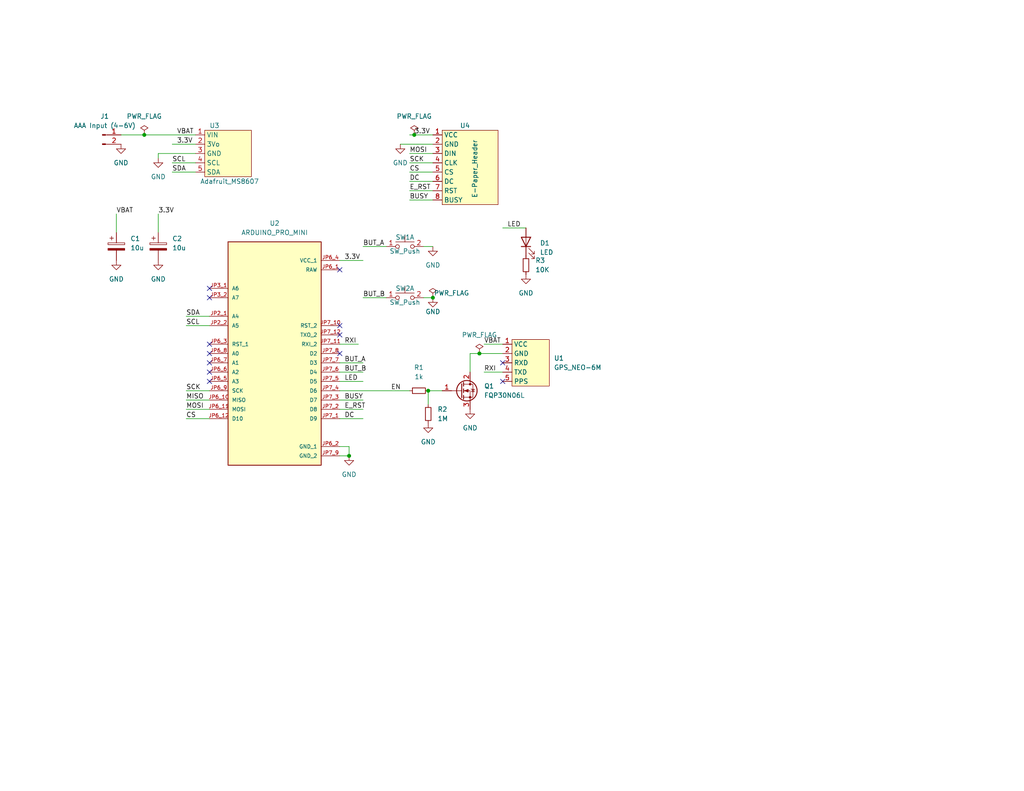
<source format=kicad_sch>
(kicad_sch (version 20211123) (generator eeschema)
  (paper "USLetter")
  (title_block (title "Epaper Schematic") (rev "1") (company "Matt Wachowski"))
  (lib_symbols
    (symbol "ARDUINO_PRO_MINI:ARDUINO_PRO_MINI" (pin_names (offset 1.016))
      (property "Reference" "U" (at -12.7 31.75 0))
      (property "Value" "ARDUINO_PRO_MINI" (at -12.7 -33.02 0))
      (symbol "ARDUINO_PRO_MINI_0_0"
        (rectangle (start -12.7 -30.48) (end 12.7 30.48) (stroke (width 0.254)) (fill (type background)))
        (pin bidirectional line (at -17.78 10.16 0) (length 5.08) (name "A4") (number "JP2_1"))
        (pin bidirectional line (at -17.78 7.62 0) (length 5.08) (name "A5") (number "JP2_2"))
        (pin input line (at -17.78 17.78 0) (length 5.08) (name "A6") (number "JP3_1"))
        (pin input line (at -17.78 15.24 0) (length 5.08) (name "A7") (number "JP3_2"))
        (pin power_in line (at 17.78 22.86 180) (length 5.08) (name "RAW") (number "JP6_1"))
        (pin bidirectional line (at -17.78 -12.7 0) (length 5.08) (name "MISO") (number "JP6_10"))
        (pin bidirectional line (at -17.78 -15.24 0) (length 5.08) (name "MOSI") (number "JP6_11"))
        (pin bidirectional line (at -17.78 -17.78 0) (length 5.08) (name "D10") (number "JP6_12"))
        (pin power_in line (at 17.78 -25.4 180) (length 5.08) (name "GND_1") (number "JP6_2"))
        (pin input line (at -17.78 2.54 0) (length 5.08) (name "RST_1") (number "JP6_3"))
        (pin power_in line (at 17.78 25.4 180) (length 5.08) (name "VCC_1") (number "JP6_4"))
        (pin bidirectional line (at -17.78 -7.62 0) (length 5.08) (name "A3") (number "JP6_5"))
        (pin bidirectional line (at -17.78 -5.08 0) (length 5.08) (name "A2") (number "JP6_6"))
        (pin bidirectional line (at -17.78 -2.54 0) (length 5.08) (name "A1") (number "JP6_7"))
        (pin bidirectional line (at -17.78 0 0) (length 5.08) (name "A0") (number "JP6_8"))
        (pin bidirectional line (at -17.78 -10.16 0) (length 5.08) (name "SCK") (number "JP6_9"))
        (pin bidirectional line (at 17.78 -17.78 180) (length 5.08) (name "D9") (number "JP7_1"))
        (pin input line (at 17.78 7.62 180) (length 5.08) (name "RST_2") (number "JP7_10"))
        (pin bidirectional line (at 17.78 2.54 180) (length 5.08) (name "RXI_2") (number "JP7_11"))
        (pin bidirectional line (at 17.78 5.08 180) (length 5.08) (name "TXO_2") (number "JP7_12"))
        (pin bidirectional line (at 17.78 -15.24 180) (length 5.08) (name "D8") (number "JP7_2"))
        (pin bidirectional line (at 17.78 -12.7 180) (length 5.08) (name "D7") (number "JP7_3"))
        (pin bidirectional line (at 17.78 -10.16 180) (length 5.08) (name "D6") (number "JP7_4"))
        (pin bidirectional line (at 17.78 -7.62 180) (length 5.08) (name "D5") (number "JP7_5"))
        (pin bidirectional line (at 17.78 -5.08 180) (length 5.08) (name "D4") (number "JP7_6"))
        (pin bidirectional line (at 17.78 -2.54 180) (length 5.08) (name "D3") (number "JP7_7"))
        (pin bidirectional line (at 17.78 0 180) (length 5.08) (name "D2") (number "JP7_8"))
        (pin power_in line (at 17.78 -27.94 180) (length 5.08) (name "GND_2") (number "JP7_9"))
      )
    )
    (symbol "Connector:Conn_01x02_Male" (pin_names (offset 1.016) hide)
      (property "Reference" "J" (at 0 2.54 0))
      (property "Value" "Conn_01x02_Male" (at 0 -5.08 0))
      (symbol "Conn_01x02_Male_1_1"
        (polyline (pts (xy 1.27 -2.54) (xy 0.8636 -2.54)) (stroke (width 0.1524)))
        (polyline (pts (xy 1.27 0) (xy 0.8636 0)) (stroke (width 0.1524)))
        (rectangle (start 0.8636 -2.413) (end 0 -2.667) (stroke (width 0.1524)) (fill (type outline)))
        (rectangle (start 0.8636 0.127) (end 0 -0.127) (stroke (width 0.1524)) (fill (type outline)))
        (pin passive line (at 5.08 0 180) (length 3.81) (name "Pin_1") (number "1"))
        (pin passive line (at 5.08 -2.54 180) (length 3.81) (name "Pin_2") (number "2"))
      )
    )
    (symbol "Device:C_Polarized" (pin_numbers hide) (pin_names (offset 0.254))
      (property "Reference" "C" (at 0.635 2.54 0))
      (property "Value" "C_Polarized" (at 0.635 -2.54 0))
      (symbol "C_Polarized_0_1"
        (rectangle (start -2.286 0.508) (end 2.286 1.016))
        (polyline (pts (xy -1.778 2.286) (xy -0.762 2.286)))
        (polyline (pts (xy -1.27 2.794) (xy -1.27 1.778)))
        (rectangle (start 2.286 -0.508) (end -2.286 -1.016) (fill (type outline)))
      )
      (symbol "C_Polarized_1_1"
        (pin passive line (at 0 3.81 270) (length 2.794) (name "~") (number "1"))
        (pin passive line (at 0 -3.81 90) (length 2.794) (name "~") (number "2"))
      )
    )
    (symbol "Device:LED" (pin_numbers hide) (pin_names (offset 1.016) hide)
      (property "Reference" "D" (at 0 2.54 0))
      (property "Value" "LED" (at 0 -2.54 0))
      (symbol "LED_0_1"
        (polyline (pts (xy -1.27 -1.27) (xy -1.27 1.27)) (stroke (width 0.254)))
        (polyline (pts (xy -1.27 0) (xy 1.27 0)))
        (polyline (pts (xy 1.27 -1.27) (xy 1.27 1.27) (xy -1.27 0) (xy 1.27 -1.27)) (stroke (width 0.254)))
        (polyline (pts (xy -3.048 -0.762) (xy -4.572 -2.286) (xy -3.81 -2.286) (xy -4.572 -2.286) (xy -4.572 -1.524)))
        (polyline (pts (xy -1.778 -0.762) (xy -3.302 -2.286) (xy -2.54 -2.286) (xy -3.302 -2.286) (xy -3.302 -1.524)))
      )
      (symbol "LED_1_1"
        (pin passive line (at -3.81 0 0) (length 2.54) (name "K") (number "1"))
        (pin passive line (at 3.81 0 180) (length 2.54) (name "A") (number "2"))
      )
    )
    (symbol "Device:R_Small" (pin_numbers hide) (pin_names (offset 0.254) hide)
      (property "Reference" "R" (at 0.762 0.508 0))
      (property "Value" "R_Small" (at 0.762 -1.016 0))
      (symbol "R_Small_0_1"
        (rectangle (start -0.762 1.778) (end 0.762 -1.778) (stroke (width 0.2032)))
      )
      (symbol "R_Small_1_1"
        (pin passive line (at 0 2.54 270) (length 0.762) (name "~") (number "1"))
        (pin passive line (at 0 -2.54 90) (length 0.762) (name "~") (number "2"))
      )
    )
    (symbol "Matt_Custom:Adafruit_MS8607"
      (property "Reference" "U" (at 0 -5.08 0))
      (property "Value" "Adafruit_MS8607" (at 0 10.16 0))
      (symbol "Adafruit_MS8607_0_1"
        (rectangle (start -6.35 8.89) (end 6.35 -3.81) (stroke (width 0.1524)) (fill (type background)))
      )
      (symbol "Adafruit_MS8607_1_1"
        (pin power_in line (at -8.89 7.62 0) (length 2.54) (name "VIN") (number "1"))
        (pin power_in line (at -8.89 5.08 0) (length 2.54) (name "3Vo") (number "2"))
        (pin power_in line (at -8.89 2.54 0) (length 2.54) (name "GND") (number "3"))
        (pin input line (at -8.89 0 0) (length 2.54) (name "SCL") (number "4"))
        (pin bidirectional line (at -8.89 -2.54 0) (length 2.54) (name "SDA") (number "5"))
      )
    )
    (symbol "Matt_Custom:E-Paper_Header"
      (property "Reference" "U" (at 0 25.4 0))
      (property "Value" "E-Paper_Header" (at 0 2.54 0))
      (symbol "E-Paper_Header_0_1"
        (rectangle (start -7.62 24.13) (end 7.62 3.81) (stroke (width 0.1524)) (fill (type background)))
      )
      (symbol "E-Paper_Header_1_1"
        (pin power_in line (at -10.16 22.86 0) (length 2.54) (name "VCC") (number "1"))
        (pin power_in line (at -10.16 20.32 0) (length 2.54) (name "GND") (number "2"))
        (pin input line (at -10.16 17.78 0) (length 2.54) (name "DIN") (number "3"))
        (pin input line (at -10.16 15.24 0) (length 2.54) (name "CLK") (number "4"))
        (pin input line (at -10.16 12.7 0) (length 2.54) (name "CS") (number "5"))
        (pin input line (at -10.16 10.16 0) (length 2.54) (name "DC") (number "6"))
        (pin input line (at -10.16 7.62 0) (length 2.54) (name "RST") (number "7"))
        (pin output line (at -10.16 5.08 0) (length 2.54) (name "BUSY") (number "8"))
      )
    )
    (symbol "Matt_Custom:GPS_NEO-6M"
      (property "Reference" "U" (at 0 6.35 0))
      (property "Value" "GPS_NEO-6M" (at 0 -8.89 0))
      (symbol "GPS_NEO-6M_0_1"
        (rectangle (start -5.08 5.08) (end 5.08 -7.62) (fill (type background)))
      )
      (symbol "GPS_NEO-6M_1_1"
        (pin power_in line (at -7.62 3.81 0) (length 2.54) (name "VCC") (number "1"))
        (pin power_in line (at -7.62 1.27 0) (length 2.54) (name "GND") (number "2"))
        (pin input line (at -7.62 -1.27 0) (length 2.54) (name "RXD") (number "3"))
        (pin output line (at -7.62 -3.81 0) (length 2.54) (name "TXD") (number "4"))
        (pin output line (at -7.62 -6.35 0) (length 2.54) (name "PPS") (number "5"))
      )
    )
    (symbol "Switch:SW_Push_Dual_x2" (pin_names (offset 1.016) hide)
      (property "Reference" "SW" (at 1.27 2.54 0))
      (property "Value" "SW_Push_Dual_x2" (at 0 -1.524 0))
      (symbol "SW_Push_Dual_x2_0_1"
        (circle (center -2.032 0) (radius 0.508))
        (polyline (pts (xy 0 1.27) (xy 0 3.048)))
        (polyline (pts (xy 2.54 1.27) (xy -2.54 1.27)))
        (circle (center 2.032 0) (radius 0.508))
      )
      (symbol "SW_Push_Dual_x2_1_1"
        (pin passive line (at -5.08 0 0) (length 2.54) (name "C") (number "1"))
        (pin passive line (at 5.08 0 180) (length 2.54) (name "D") (number "2"))
      )
      (symbol "SW_Push_Dual_x2_2_1"
        (pin passive line (at -5.08 0 0) (length 2.54) (name "C") (number "3"))
        (pin passive line (at 5.08 0 180) (length 2.54) (name "D") (number "4"))
      )
    )
    (symbol "Transistor_FET:BUZ11" (pin_names hide)
      (property "Reference" "Q" (at 6.35 1.905 0))
      (property "Value" "BUZ11" (at 6.35 0 0))
      (symbol "BUZ11_0_1"
        (polyline (pts (xy 0.254 0) (xy -2.54 0)))
        (polyline (pts (xy 0.254 1.905) (xy 0.254 -1.905)) (stroke (width 0.254)))
        (polyline (pts (xy 0.762 -1.27) (xy 0.762 -2.286)) (stroke (width 0.254)))
        (polyline (pts (xy 0.762 0.508) (xy 0.762 -0.508)) (stroke (width 0.254)))
        (polyline (pts (xy 0.762 2.286) (xy 0.762 1.27)) (stroke (width 0.254)))
        (polyline (pts (xy 2.54 2.54) (xy 2.54 1.778)))
        (polyline (pts (xy 2.54 -2.54) (xy 2.54 0) (xy 0.762 0)))
        (polyline (pts (xy 0.762 -1.778) (xy 3.302 -1.778) (xy 3.302 1.778) (xy 0.762 1.778)))
        (polyline (pts (xy 1.016 0) (xy 2.032 0.381) (xy 2.032 -0.381) (xy 1.016 0)) (fill (type outline)))
        (polyline (pts (xy 2.794 0.508) (xy 2.921 0.381) (xy 3.683 0.381) (xy 3.81 0.254)))
        (polyline (pts (xy 3.302 0.381) (xy 2.921 -0.254) (xy 3.683 -0.254) (xy 3.302 0.381)))
        (circle (center 1.651 0) (radius 2.794) (stroke (width 0.254)))
        (circle (center 2.54 -1.778) (radius 0.254) (fill (type outline)))
        (circle (center 2.54 1.778) (radius 0.254) (fill (type outline)))
      )
      (symbol "BUZ11_1_1"
        (pin input line (at -5.08 0 0) (length 2.54) (name "G") (number "1"))
        (pin passive line (at 2.54 5.08 270) (length 2.54) (name "D") (number "2"))
        (pin passive line (at 2.54 -5.08 90) (length 2.54) (name "S") (number "3"))
      )
    )
    (symbol "power:GND" (power) (pin_names (offset 0))
      (property "Value" "GND" (at 0 -3.81 0))
      (symbol "GND_0_1"
        (polyline (pts (xy 0 0) (xy 0 -1.27) (xy 1.27 -1.27) (xy 0 -2.54) (xy -1.27 -1.27) (xy 0 -1.27)))
      )
      (symbol "GND_1_1"
        (pin power_in line (at 0 0 270) (length 0) hide (name "GND") (number "1"))
      )
    )
    (symbol "power:PWR_FLAG" (power) (pin_numbers hide) (pin_names (offset 0) hide)
      (property "Value" "PWR_FLAG" (at 0 3.81 0))
      (symbol "PWR_FLAG_0_0"
        (pin power_out line (at 0 0 90) (length 0) (name "pwr") (number "1"))
      )
      (symbol "PWR_FLAG_0_1"
        (polyline (pts (xy 0 0) (xy 0 1.27) (xy -1.016 1.905) (xy 0 2.54) (xy 1.016 1.905) (xy 0 1.27)))
      )
    )
  )
  (junction (at 39.37 36.83))
  (junction (at 130.81 96.52))
  (junction (at 95.25 124.46))
  (junction (at 116.84 106.68))
  (junction (at 113.03 36.83))
  (junction (at 118.11 81.28))
  (no_connect (at 137.16 99.06))
  (no_connect (at 137.16 104.14))
  (no_connect (at 57.15 104.14))
  (no_connect (at 57.15 101.6))
  (no_connect (at 57.15 99.06))
  (no_connect (at 92.71 73.66))
  (no_connect (at 92.71 88.9))
  (no_connect (at 92.71 91.44))
  (no_connect (at 92.71 96.52))
  (no_connect (at 57.15 78.74))
  (no_connect (at 57.15 81.28))
  (no_connect (at 57.15 93.98))
  (no_connect (at 57.15 96.52))
  (wire (pts (xy 92.71 124.46) (xy 95.25 124.46)))
  (wire (pts (xy 92.71 111.76) (xy 99.06 111.76)))
  (wire (pts (xy 115.57 81.28) (xy 118.11 81.28)))
  (wire (pts (xy 132.08 101.6) (xy 137.16 101.6)))
  (wire (pts (xy 111.76 46.99) (xy 118.11 46.99)))
  (wire (pts (xy 43.18 41.91) (xy 43.18 43.18)))
  (wire (pts (xy 92.71 114.3) (xy 99.06 114.3)))
  (wire (pts (xy 132.08 93.98) (xy 137.16 93.98)))
  (wire (pts (xy 92.71 93.98) (xy 97.79 93.98)))
  (wire (pts (xy 115.57 67.31) (xy 118.11 67.31)))
  (wire (pts (xy 111.76 41.91) (xy 118.11 41.91)))
  (wire (pts (xy 92.71 109.22) (xy 99.06 109.22)))
  (wire (pts (xy 92.71 106.68) (xy 111.76 106.68)))
  (wire (pts (xy 128.27 96.52) (xy 128.27 101.6)))
  (wire (pts (xy 50.8 111.76) (xy 57.15 111.76)))
  (wire (pts (xy 46.99 46.99) (xy 53.34 46.99)))
  (wire (pts (xy 113.03 36.83) (xy 118.11 36.83)))
  (wire (pts (xy 50.8 86.36) (xy 57.15 86.36)))
  (wire (pts (xy 99.06 81.28) (xy 105.41 81.28)))
  (wire (pts (xy 116.84 106.68) (xy 116.84 110.49)))
  (wire (pts (xy 111.76 36.83) (xy 113.03 36.83)))
  (wire (pts (xy 111.76 44.45) (xy 118.11 44.45)))
  (wire (pts (xy 130.81 96.52) (xy 128.27 96.52)))
  (wire (pts (xy 43.18 58.42) (xy 43.18 63.5)))
  (wire (pts (xy 99.06 67.31) (xy 105.41 67.31)))
  (wire (pts (xy 39.37 36.83) (xy 53.34 36.83)))
  (wire (pts (xy 92.71 101.6) (xy 99.06 101.6)))
  (wire (pts (xy 33.02 36.83) (xy 39.37 36.83)))
  (wire (pts (xy 92.71 121.92) (xy 95.25 121.92)))
  (wire (pts (xy 46.99 39.37) (xy 53.34 39.37)))
  (wire (pts (xy 92.71 71.12) (xy 99.06 71.12)))
  (wire (pts (xy 137.16 96.52) (xy 130.81 96.52)))
  (wire (pts (xy 109.22 39.37) (xy 118.11 39.37)))
  (wire (pts (xy 46.99 44.45) (xy 53.34 44.45)))
  (wire (pts (xy 50.8 114.3) (xy 57.15 114.3)))
  (wire (pts (xy 92.71 99.06) (xy 99.06 99.06)))
  (wire (pts (xy 31.75 58.42) (xy 31.75 63.5)))
  (wire (pts (xy 137.16 62.23) (xy 143.51 62.23)))
  (wire (pts (xy 116.84 106.68) (xy 120.65 106.68)))
  (wire (pts (xy 95.25 121.92) (xy 95.25 124.46)))
  (wire (pts (xy 111.76 49.53) (xy 118.11 49.53)))
  (wire (pts (xy 111.76 52.07) (xy 118.11 52.07)))
  (wire (pts (xy 92.71 104.14) (xy 99.06 104.14)))
  (wire (pts (xy 50.8 109.22) (xy 57.15 109.22)))
  (wire (pts (xy 111.76 54.61) (xy 118.11 54.61)))
  (wire (pts (xy 50.8 106.68) (xy 57.15 106.68)))
  (wire (pts (xy 53.34 41.91) (xy 43.18 41.91)))
  (wire (pts (xy 50.8 88.9) (xy 57.15 88.9)))
  (label "MOSI" (at 50.8 111.76 0))
  (label "3.3V" (at 43.18 58.42 0))
  (label "DC" (at 93.98 114.3 0))
  (label "VBAT" (at 132.08 93.98 0))
  (label "BUT_A" (at 99.06 67.31 0))
  (label "SCK" (at 50.8 106.68 0))
  (label "LED" (at 138.43 62.23 0))
  (label "BUT_B" (at 99.06 81.28 0))
  (label "SCL" (at 46.99 44.45 0))
  (label "SDA" (at 46.99 46.99 0))
  (label "SCL" (at 50.8 88.9 0))
  (label "RXI" (at 132.08 101.6 0))
  (label "E_RST" (at 93.98 111.76 0))
  (label "CS" (at 50.8 114.3 0))
  (label "DC" (at 111.76 49.53 0))
  (label "VBAT" (at 31.75 58.42 0))
  (label "3.3V" (at 93.98 71.12 0))
  (label "EN" (at 106.68 106.68 0))
  (label "MOSI" (at 111.76 41.91 0))
  (label "3.3V" (at 113.03 36.83 0))
  (label "BUSY" (at 93.98 109.22 0))
  (label "3.3V" (at 48.26 39.37 0))
  (label "BUT_B" (at 93.98 101.6 0))
  (label "CS" (at 111.76 46.99 0))
  (label "BUT_A" (at 93.98 99.06 0))
  (label "LED" (at 93.98 104.14 0))
  (label "VBAT" (at 48.26 36.83 0))
  (label "MISO" (at 50.8 109.22 0))
  (label "RXI" (at 93.98 93.98 0))
  (label "SCK" (at 111.76 44.45 0))
  (label "BUSY" (at 111.76 54.61 0))
  (label "E_RST" (at 111.76 52.07 0))
  (label "SDA" (at 50.8 86.36 0))
  (symbol (lib_id "Device:R_Small") (at 114.3 106.68 90) (unit 1)
    (property "Reference" "R1" (at 114.3 100.33 90))
    (property "Value" "1k" (at 114.3 102.87 90))
    (property "Footprint" "Resistor_THT:R_Axial_DIN0204_L3.6mm_D1.6mm_P5.08mm_Horizontal" (effects hide))
  )
  (symbol (lib_id "Connector:Conn_01x02_Male") (at 27.94 36.83 0) (unit 1)
    (property "Reference" "J1" (at 28.575 31.75 0))
    (property "Value" "AAA Input (4-6V)" (at 28.575 34.29 0))
    (property "Footprint" "Connector_PinHeader_2.54mm:PinHeader_1x02_P2.54mm_Vertical" (effects hide))
  )
  (symbol (lib_id "Matt_Custom:GPS_NEO-6M") (at 144.78 97.79 0) (unit 1)
    (property "Reference" "U1" (at 151.13 97.7899 0) (effects (justify left)))
    (property "Value" "GPS_NEO-6M" (at 151.13 100.3299 0) (effects (justify left)))
    (property "Footprint" "Matt:GPS_NEO-6M" (effects hide))
  )
  (symbol (lib_id "power:GND") (at 43.18 43.18 0) (unit 1)
    (property "Reference" "#PWR06" (effects hide))
    (property "Value" "GND" (at 43.18 48.26 0))
  )
  (symbol (lib_id "power:GND") (at 43.18 71.12 0) (unit 1)
    (property "Reference" "#PWR03" (effects hide))
    (property "Value" "GND" (at 43.18 76.2 0))
  )
  (symbol (lib_id "power:GND") (at 118.11 67.31 0) (unit 1)
    (property "Reference" "#PWR0103" (effects hide))
    (property "Value" "GND" (at 118.11 72.39 0))
  )
  (symbol (lib_id "Device:C_Polarized") (at 31.75 67.31 0) (unit 1)
    (property "Reference" "C1" (at 35.56 65.1509 0) (effects (justify left)))
    (property "Value" "10u" (at 35.56 67.6909 0) (effects (justify left)))
    (property "Footprint" "Capacitor_THT:CP_Radial_D6.3mm_P2.50mm" (effects hide))
  )
  (symbol (lib_id "power:GND") (at 33.02 39.37 0) (unit 1)
    (property "Reference" "#PWR02" (effects hide))
    (property "Value" "GND" (at 33.02 44.45 0))
  )
  (symbol (lib_id "Device:C_Polarized") (at 43.18 67.31 0) (unit 1)
    (property "Reference" "C2" (at 46.99 65.1509 0) (effects (justify left)))
    (property "Value" "10u" (at 46.99 67.6909 0) (effects (justify left)))
    (property "Footprint" "Capacitor_THT:CP_Radial_D6.3mm_P2.50mm" (effects hide))
  )
  (symbol (lib_id "Device:R_Small") (at 143.51 72.39 0) (unit 1)
    (property "Reference" "R3" (at 146.05 71.1199 0) (effects (justify left)))
    (property "Value" "10K" (at 146.05 73.6599 0) (effects (justify left)))
    (property "Footprint" "Resistor_THT:R_Axial_DIN0204_L3.6mm_D1.6mm_P5.08mm_Horizontal" (effects hide))
  )
  (symbol (lib_id "power:GND") (at 116.84 115.57 0) (unit 1)
    (property "Reference" "#PWR05" (effects hide))
    (property "Value" "GND" (at 116.84 120.65 0))
  )
  (symbol (lib_id "Device:R_Small") (at 116.84 113.03 0) (unit 1)
    (property "Reference" "R2" (at 119.38 111.7599 0) (effects (justify left)))
    (property "Value" "1M" (at 119.38 114.2999 0) (effects (justify left)))
    (property "Footprint" "Resistor_THT:R_Axial_DIN0204_L3.6mm_D1.6mm_P5.08mm_Horizontal" (effects hide))
  )
  (symbol (lib_id "power:PWR_FLAG") (at 118.11 81.28 0) (unit 1)
    (property "Reference" "#FLG0101" (effects hide))
    (property "Value" "PWR_FLAG" (at 123.19 80.01 0))
  )
  (symbol (lib_id "Switch:SW_Push_Dual_x2") (at 110.49 81.28 0) (unit 1)
    (property "Reference" "SW2" (at 110.49 78.74 0))
    (property "Value" "SW_Push" (at 110.49 82.55 0))
    (property "Footprint" "Button_Switch_THT:SW_TH_Tactile_Omron_B3F-10xx" (effects hide))
  )
  (symbol (lib_id "power:GND") (at 109.22 39.37 0) (unit 1)
    (property "Reference" "#PWR07" (effects hide))
    (property "Value" "GND" (at 109.22 44.45 0))
  )
  (symbol (lib_id "Switch:SW_Push_Dual_x2") (at 110.49 67.31 0) (unit 1)
    (property "Reference" "SW1" (at 110.49 64.77 0))
    (property "Value" "SW_Push" (at 110.49 68.58 0))
    (property "Footprint" "Button_Switch_THT:SW_TH_Tactile_Omron_B3F-10xx" (effects hide))
  )
  (symbol (lib_id "power:GND") (at 31.75 71.12 0) (unit 1)
    (property "Reference" "#PWR01" (effects hide))
    (property "Value" "GND" (at 31.75 76.2 0))
  )
  (symbol (lib_id "Device:LED") (at 143.51 66.04 90) (unit 1)
    (property "Reference" "D1" (at 147.32 66.3574 90) (effects (justify right)))
    (property "Value" "LED" (at 147.32 68.8974 90) (effects (justify right)))
    (property "Footprint" "LED_THT:LED_D3.0mm" (effects hide))
  )
  (symbol (lib_id "Transistor_FET:BUZ11") (at 125.73 106.68 0) (unit 1)
    (property "Reference" "Q1" (at 132.08 105.4099 0) (effects (justify left)))
    (property "Value" "FQP30N06L" (at 132.08 107.9499 0) (effects (justify left)))
    (property "Footprint" "Package_TO_SOT_THT:TO-220-3_Vertical" (effects hide))
    (property "Datasheet" "https://media.digikey.com/pdf/Data%20Sheets/Fairchild%20PDFs/BUZ11.pdf" (effects hide))
  )
  (symbol (lib_id "power:GND") (at 118.11 81.28 0) (unit 1)
    (property "Reference" "#PWR0104" (effects hide))
    (property "Value" "GND" (at 118.11 85.09 0))
  )
  (symbol (lib_id "ARDUINO_PRO_MINI:ARDUINO_PRO_MINI") (at 74.93 96.52 0) (unit 1)
    (property "Reference" "U2" (at 74.93 60.96 0))
    (property "Value" "ARDUINO_PRO_MINI" (at 74.93 63.5 0))
    (property "Footprint" "MODULE_ARDUINO_PRO_MINI" (effects hide))
    (property "STANDARD" "Manufacturer Recommendations" (effects hide))
    (property "PARTREV" "N/A" (effects hide))
    (property "MANUFACTURER" "SparkFun Electronics" (effects hide))
    (property "MAXIMUM_PACKAGE_HEIGHT" "N/A" (effects hide))
  )
  (symbol (lib_id "Matt_Custom:Adafruit_MS8607") (at 62.23 44.45 0) (unit 1)
    (property "Reference" "U3" (at 57.15 34.29 0) (effects (justify left)))
    (property "Value" "Adafruit_MS8607" (at 54.61 49.53 0) (effects (justify left)))
    (property "Footprint" "Matt:Adafruit_MS8607" (effects hide))
  )
  (symbol (lib_id "Matt_Custom:E-Paper_Header") (at 128.27 59.69 0) (unit 1)
    (property "Reference" "U4" (at 128.27 34.29 0) (effects (justify right)))
    (property "Value" "E-Paper_Header" (at 129.54 38.1 90) (effects (justify right)))
    (property "Footprint" "Connector_PinHeader_2.54mm:PinHeader_1x08_P2.54mm_Vertical" (effects hide))
  )
  (symbol (lib_id "power:PWR_FLAG") (at 130.81 96.52 0) (unit 1)
    (property "Reference" "#FLG0102" (effects hide))
    (property "Value" "PWR_FLAG" (at 130.81 91.44 0))
  )
  (symbol (lib_id "power:GND") (at 95.25 124.46 0) (unit 1)
    (property "Reference" "#PWR04" (effects hide))
    (property "Value" "GND" (at 95.25 129.54 0))
  )
  (symbol (lib_id "power:GND") (at 128.27 111.76 0) (unit 1)
    (property "Reference" "#PWR08" (effects hide))
    (property "Value" "GND" (at 128.27 116.84 0))
  )
  (symbol (lib_id "power:PWR_FLAG") (at 113.03 36.83 0) (unit 1)
    (property "Reference" "#FLG0103" (effects hide))
    (property "Value" "PWR_FLAG" (at 113.03 31.75 0))
  )
  (symbol (lib_id "power:PWR_FLAG") (at 39.37 36.83 0) (unit 1)
    (property "Reference" "#FLG01" (effects hide))
    (property "Value" "PWR_FLAG" (at 39.37 31.75 0))
  )
  (symbol (lib_id "power:GND") (at 143.51 74.93 0) (unit 1)
    (property "Reference" "#PWR09" (effects hide))
    (property "Value" "GND" (at 143.51 80.01 0))
  )
)
</source>
